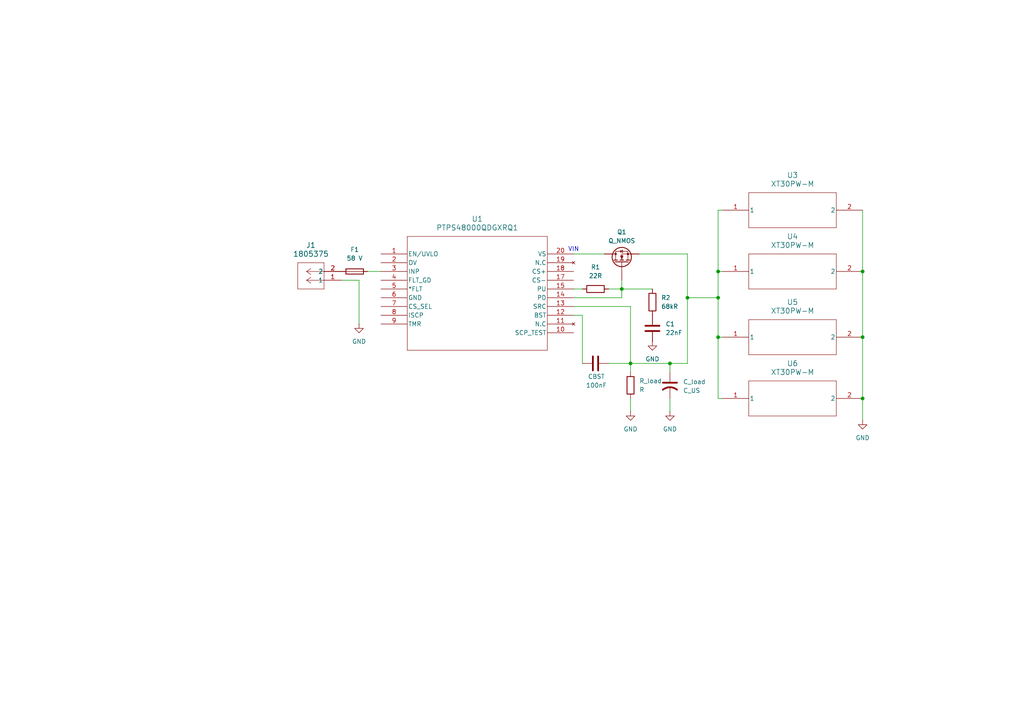
<source format=kicad_sch>
(kicad_sch (version 20250114) (generator "eeschema") (generator_version "9.0")
  (paper "A4")
  (lib_symbols
    (symbol "Device:C" (pin_numbers (hide yes)) (pin_names (offset 0.254))
      (property "Reference" "C" (at 0.635 2.54 0))
      (property "Value" "C" (at 0.635 -2.54 0))
      (symbol "C_0_1"
        (polyline (pts (xy -2.032 0.762) (xy 2.032 0.762)) (stroke (width 0.508)))
        (polyline (pts (xy -2.032 -0.762) (xy 2.032 -0.762)) (stroke (width 0.508)))
      )
      (symbol "C_1_1"
        (pin passive line (at 0 3.81 270) (length 2.794) (name "~") (number "1"))
        (pin passive line (at 0 -3.81 90) (length 2.794) (name "~") (number "2"))
      )
    )
    (symbol "Device:C_US" (pin_numbers (hide yes)) (pin_names (offset 0.254) (hide yes))
      (property "Reference" "C" (at 0.635 2.54 0))
      (property "Value" "C_US" (at 0.635 -2.54 0))
      (symbol "C_US_0_1"
        (polyline (pts (xy -2.032 0.762) (xy 2.032 0.762)) (stroke (width 0.508)))
        (arc (start -2.032 -1.27) (mid 0 -0.5572) (end 2.032 -1.27) (stroke (width 0.508)))
      )
      (symbol "C_US_1_1"
        (pin passive line (at 0 3.81 270) (length 2.794) (name "~") (number "1"))
        (pin passive line (at 0 -3.81 90) (length 3.302) (name "~") (number "2"))
      )
    )
    (symbol "Device:Fuse" (pin_numbers (hide yes)) (pin_names (offset 0))
      (property "Reference" "F" (at 2.032 0 90))
      (property "Value" "Fuse" (at -1.905 0 90))
      (symbol "Fuse_0_1"
        (rectangle (start -0.762 -2.54) (end 0.762 2.54) (stroke (width 0.254)))
        (polyline (pts (xy 0 2.54) (xy 0 -2.54)))
      )
      (symbol "Fuse_1_1"
        (pin passive line (at 0 3.81 270) (length 1.27) (name "~") (number "1"))
        (pin passive line (at 0 -3.81 90) (length 1.27) (name "~") (number "2"))
      )
    )
    (symbol "Device:Q_NMOS" (pin_numbers (hide yes)) (pin_names (offset 0) (hide yes))
      (property "Reference" "Q" (at 5.08 1.27 0))
      (property "Value" "Q_NMOS" (at 5.08 -1.27 0))
      (symbol "Q_NMOS_0_1"
        (polyline (pts (xy 0.254 1.905) (xy 0.254 -1.905)) (stroke (width 0.254)))
        (polyline (pts (xy 0.254 0) (xy -2.54 0)))
        (polyline (pts (xy 0.762 2.286) (xy 0.762 1.27)) (stroke (width 0.254)))
        (polyline (pts (xy 0.762 0.508) (xy 0.762 -0.508)) (stroke (width 0.254)))
        (polyline (pts (xy 0.762 -1.27) (xy 0.762 -2.286)) (stroke (width 0.254)))
        (polyline (pts (xy 0.762 -1.778) (xy 3.302 -1.778) (xy 3.302 1.778) (xy 0.762 1.778)))
        (polyline (pts (xy 1.016 0) (xy 2.032 0.381) (xy 2.032 -0.381) (xy 1.016 0)) (fill (type outline)))
        (circle (center 1.651 0) (radius 2.794) (stroke (width 0.254)))
        (polyline (pts (xy 2.54 2.54) (xy 2.54 1.778)))
        (circle (center 2.54 1.778) (radius 0.254) (fill (type outline)))
        (circle (center 2.54 -1.778) (radius 0.254) (fill (type outline)))
        (polyline (pts (xy 2.54 -2.54) (xy 2.54 0) (xy 0.762 0)))
        (polyline (pts (xy 2.921 0.381) (xy 3.683 0.381)))
        (polyline (pts (xy 3.302 0.381) (xy 2.921 -0.254) (xy 3.683 -0.254) (xy 3.302 0.381)))
      )
      (symbol "Q_NMOS_1_1"
        (pin input line (at -5.08 0 0) (length 2.54) (name "G") (number "G"))
        (pin passive line (at 2.54 5.08 270) (length 2.54) (name "D") (number "D"))
        (pin passive line (at 2.54 -5.08 90) (length 2.54) (name "S") (number "S"))
      )
    )
    (symbol "Device:R" (pin_numbers (hide yes)) (pin_names (offset 0))
      (property "Reference" "R" (at 2.032 0 90))
      (property "Value" "R" (at 0 0 90))
      (symbol "R_0_1"
        (rectangle (start -1.016 -2.54) (end 1.016 2.54) (stroke (width 0.254)))
      )
      (symbol "R_1_1"
        (pin passive line (at 0 3.81 270) (length 1.27) (name "~") (number "1"))
        (pin passive line (at 0 -3.81 90) (length 1.27) (name "~") (number "2"))
      )
    )
    (symbol "TPS4800-Q1:PTPS48000QDGXRQ1" (pin_names (offset 0.254))
      (property "Reference" "U" (at 27.94 10.16 0))
      (property "Value" "PTPS48000QDGXRQ1" (at 27.94 7.62 0))
      (symbol "PTPS48000QDGXRQ1_0_1"
        (polyline (pts (xy 7.62 5.08) (xy 7.62 -27.94)) (stroke (width 0.127)))
        (polyline (pts (xy 7.62 -27.94) (xy 48.26 -27.94)) (stroke (width 0.127)))
        (polyline (pts (xy 48.26 5.08) (xy 7.62 5.08)) (stroke (width 0.127)))
        (polyline (pts (xy 48.26 -27.94) (xy 48.26 5.08)) (stroke (width 0.127)))
        (pin input line (at 0 0 0) (length 7.62) (name "EN/UVLO") (number "1"))
        (pin input line (at 0 -2.54 0) (length 7.62) (name "OV") (number "2"))
        (pin input line (at 0 -5.08 0) (length 7.62) (name "INP") (number "3"))
        (pin output line (at 0 -7.62 0) (length 7.62) (name "FLT_GD") (number "4"))
        (pin output line (at 0 -10.16 0) (length 7.62) (name "*FLT") (number "5"))
        (pin power_out line (at 0 -12.7 0) (length 7.62) (name "GND") (number "6"))
        (pin input line (at 0 -15.24 0) (length 7.62) (name "CS_SEL") (number "7"))
        (pin input line (at 0 -17.78 0) (length 7.62) (name "ISCP") (number "8"))
        (pin input line (at 0 -20.32 0) (length 7.62) (name "TMR") (number "9"))
        (pin power_in line (at 55.88 0 180) (length 7.62) (name "VS") (number "20"))
        (pin no_connect line (at 55.88 -2.54 180) (length 7.62) (name "N.C") (number "19"))
        (pin input line (at 55.88 -5.08 180) (length 7.62) (name "CS+") (number "18"))
        (pin input line (at 55.88 -7.62 180) (length 7.62) (name "CS-") (number "17"))
        (pin output line (at 55.88 -10.16 180) (length 7.62) (name "PU") (number "15"))
        (pin output line (at 55.88 -12.7 180) (length 7.62) (name "PD") (number "14"))
        (pin output line (at 55.88 -15.24 180) (length 7.62) (name "SRC") (number "13"))
        (pin output line (at 55.88 -17.78 180) (length 7.62) (name "BST") (number "12"))
        (pin no_connect line (at 55.88 -20.32 180) (length 7.62) (name "N.C") (number "11"))
        (pin input line (at 55.88 -22.86 180) (length 7.62) (name "SCP_TEST") (number "10"))
      )
    )
    (symbol "XT30-M:XT30PW-M" (pin_names (offset 0.254))
      (property "Reference" "U" (at 20.32 10.16 0))
      (property "Value" "XT30PW-M" (at 20.32 7.62 0))
      (symbol "XT30PW-M_0_1"
        (polyline (pts (xy 7.62 5.08) (xy 7.62 -5.08)) (stroke (width 0.127)))
        (polyline (pts (xy 7.62 -5.08) (xy 33.02 -5.08)) (stroke (width 0.127)))
        (polyline (pts (xy 33.02 5.08) (xy 7.62 5.08)) (stroke (width 0.127)))
        (polyline (pts (xy 33.02 -5.08) (xy 33.02 5.08)) (stroke (width 0.127)))
        (pin unspecified line (at 0 0 0) (length 7.62) (name "1") (number "1"))
        (pin unspecified line (at 40.64 0 180) (length 7.62) (name "2") (number "2"))
      )
    )
    (symbol "XT60-M:1805375" (pin_names (offset 0.254))
      (property "Reference" "J" (at 8.89 6.35 0))
      (property "Value" "1805375" (at 0 0 0))
      (symbol "1805375_1_1"
        (polyline (pts (xy 5.08 2.54) (xy 5.08 -5.08)) (stroke (width 0.127)))
        (polyline (pts (xy 5.08 -5.08) (xy 12.7 -5.08)) (stroke (width 0.127)))
        (polyline (pts (xy 10.16 0) (xy 5.08 0)) (stroke (width 0.127)))
        (polyline (pts (xy 10.16 0) (xy 8.89 0.8467)) (stroke (width 0.127)))
        (polyline (pts (xy 10.16 0) (xy 8.89 -0.8467)) (stroke (width 0.127)))
        (polyline (pts (xy 10.16 -2.54) (xy 5.08 -2.54)) (stroke (width 0.127)))
        (polyline (pts (xy 10.16 -2.54) (xy 8.89 -1.6933)) (stroke (width 0.127)))
        (polyline (pts (xy 10.16 -2.54) (xy 8.89 -3.3867)) (stroke (width 0.127)))
        (polyline (pts (xy 12.7 2.54) (xy 5.08 2.54)) (stroke (width 0.127)))
        (polyline (pts (xy 12.7 -5.08) (xy 12.7 2.54)) (stroke (width 0.127)))
        (pin unspecified line (at 0 0 0) (length 5.08) (name "1") (number "1"))
        (pin unspecified line (at 0 -2.54 0) (length 5.08) (name "2") (number "2"))
      )
      (symbol "1805375_1_2"
        (polyline (pts (xy 5.08 2.54) (xy 5.08 -5.08)) (stroke (width 0.127)))
        (polyline (pts (xy 5.08 -5.08) (xy 12.7 -5.08)) (stroke (width 0.127)))
        (polyline (pts (xy 7.62 0) (xy 5.08 0)) (stroke (width 0.127)))
        (polyline (pts (xy 7.62 0) (xy 8.89 0.8467)) (stroke (width 0.127)))
        (polyline (pts (xy 7.62 0) (xy 8.89 -0.8467)) (stroke (width 0.127)))
        (polyline (pts (xy 7.62 -2.54) (xy 5.08 -2.54)) (stroke (width 0.127)))
        (polyline (pts (xy 7.62 -2.54) (xy 8.89 -1.6933)) (stroke (width 0.127)))
        (polyline (pts (xy 7.62 -2.54) (xy 8.89 -3.3867)) (stroke (width 0.127)))
        (polyline (pts (xy 12.7 2.54) (xy 5.08 2.54)) (stroke (width 0.127)))
        (polyline (pts (xy 12.7 -5.08) (xy 12.7 2.54)) (stroke (width 0.127)))
        (pin unspecified line (at 0 0 0) (length 5.08) (name "1") (number "1"))
        (pin unspecified line (at 0 -2.54 0) (length 5.08) (name "2") (number "2"))
      )
    )
    (symbol "power:GND" (power) (pin_numbers (hide yes)) (pin_names (offset 0) (hide yes))
      (property "Value" "GND" (at 0 -3.81 0))
      (symbol "GND_0_1"
        (polyline (pts (xy 0 0) (xy 0 -1.27) (xy 1.27 -1.27) (xy 0 -2.54) (xy -1.27 -1.27) (xy 0 -1.27)))
      )
      (symbol "GND_1_1"
        (pin power_in line (at 0 0 270) (length 0) (name "~") (number "1"))
      )
    )
  )
  (text "VIN" (at 166.37 72.39 0) (effects (font (size 1.27 1.27))))
  (junction (at 208.28 97.79))
  (junction (at 194.31 105.41))
  (junction (at 180.34 83.82))
  (junction (at 182.88 105.41))
  (junction (at 250.19 97.79))
  (junction (at 250.19 115.57))
  (junction (at 208.28 78.74))
  (junction (at 199.39 86.36))
  (junction (at 250.19 78.74))
  (junction (at 208.28 86.36))
  (wire (pts (xy 208.28 60.96) (xy 208.28 78.74)))
  (wire (pts (xy 194.31 115.57) (xy 194.31 119.38)))
  (wire (pts (xy 166.37 91.44) (xy 168.91 91.44)))
  (wire (pts (xy 250.19 78.74) (xy 250.19 97.79)))
  (wire (pts (xy 185.42 73.66) (xy 199.39 73.66)))
  (wire (pts (xy 104.14 81.28) (xy 104.14 93.98)))
  (wire (pts (xy 182.88 115.57) (xy 182.88 119.38)))
  (wire (pts (xy 199.39 73.66) (xy 199.39 86.36)))
  (wire (pts (xy 194.31 105.41) (xy 199.39 105.41)))
  (wire (pts (xy 168.91 91.44) (xy 168.91 105.41)))
  (wire (pts (xy 250.19 97.79) (xy 250.19 115.57)))
  (wire (pts (xy 182.88 105.41) (xy 182.88 107.95)))
  (wire (pts (xy 106.68 78.74) (xy 110.49 78.74)))
  (wire (pts (xy 208.28 115.57) (xy 208.28 97.79)))
  (wire (pts (xy 208.28 78.74) (xy 209.55 78.74)))
  (wire (pts (xy 209.55 115.57) (xy 208.28 115.57)))
  (wire (pts (xy 166.37 86.36) (xy 180.34 86.36)))
  (wire (pts (xy 166.37 73.66) (xy 175.26 73.66)))
  (wire (pts (xy 209.55 60.96) (xy 208.28 60.96)))
  (wire (pts (xy 180.34 86.36) (xy 180.34 83.82)))
  (wire (pts (xy 176.53 83.82) (xy 180.34 83.82)))
  (wire (pts (xy 166.37 88.9) (xy 182.88 88.9)))
  (wire (pts (xy 168.91 83.82) (xy 166.37 83.82)))
  (wire (pts (xy 182.88 105.41) (xy 182.88 88.9)))
  (wire (pts (xy 176.53 105.41) (xy 182.88 105.41)))
  (wire (pts (xy 182.88 105.41) (xy 194.31 105.41)))
  (wire (pts (xy 99.06 81.28) (xy 104.14 81.28)))
  (wire (pts (xy 194.31 105.41) (xy 194.31 107.95)))
  (wire (pts (xy 250.19 115.57) (xy 250.19 121.92)))
  (wire (pts (xy 208.28 86.36) (xy 208.28 97.79)))
  (wire (pts (xy 199.39 86.36) (xy 199.39 105.41)))
  (wire (pts (xy 250.19 60.96) (xy 250.19 78.74)))
  (wire (pts (xy 208.28 78.74) (xy 208.28 86.36)))
  (wire (pts (xy 209.55 97.79) (xy 208.28 97.79)))
  (wire (pts (xy 180.34 81.28) (xy 180.34 83.82)))
  (wire (pts (xy 199.39 86.36) (xy 208.28 86.36)))
  (wire (pts (xy 180.34 83.82) (xy 189.23 83.82)))
  (symbol (lib_id "power:GND") (at 182.88 119.38 0) (unit 1)
    (property "Reference" "#PWR02" (effects (hide yes)))
    (property "Value" "GND" (at 182.88 124.46 0))
    (property "Description" "Power symbol creates a global label with name \"GND\" , ground" (effects (hide yes)))
  )
  (symbol (lib_id "XT60-M:1805375") (at 99.06 81.28 180) (unit 1)
    (property "Reference" "J1" (at 90.17 71.12 0) (effects (font (size 1.524 1.524))))
    (property "Value" "1805375" (at 90.17 73.66 0) (effects (font (size 1.524 1.524))))
    (property "Footprint" "CONN_1805375_RSP" (effects (hide yes)))
    (property "Datasheet" "1805375" (effects (hide yes)))
  )
  (symbol (lib_id "Device:R") (at 172.72 83.82 270) (unit 1)
    (property "Reference" "R1" (at 172.72 77.47 90))
    (property "Value" "22R" (at 172.72 80.01 90))
    (property "Description" "Resistor" (effects (hide yes)))
  )
  (symbol (lib_id "power:GND") (at 250.19 121.92 0) (unit 1)
    (property "Reference" "#PWR05" (effects (hide yes)))
    (property "Value" "GND" (at 250.19 127 0))
    (property "Description" "Power symbol creates a global label with name \"GND\" , ground" (effects (hide yes)))
  )
  (symbol (lib_id "Device:C") (at 189.23 95.25 0) (unit 1)
    (property "Reference" "C1" (at 193.04 93.9799 0) (effects (justify left)))
    (property "Value" "22nF" (at 193.04 96.5199 0) (effects (justify left)))
    (property "Description" "Unpolarized capacitor" (effects (hide yes)))
  )
  (symbol (lib_id "XT30-M:XT30PW-M") (at 209.55 115.57 0) (unit 1)
    (property "Reference" "U6" (at 229.87 105.41 0) (effects (font (size 1.524 1.524))))
    (property "Value" "XT30PW-M" (at 229.87 107.95 0) (effects (font (size 1.524 1.524))))
    (property "Footprint" "XT30PW-M_AMA" (effects (hide yes)))
    (property "Datasheet" "XT30PW-M" (effects (hide yes)))
  )
  (symbol (lib_id "power:GND") (at 194.31 119.38 0) (unit 1)
    (property "Reference" "#PWR03" (effects (hide yes)))
    (property "Value" "GND" (at 194.31 124.46 0))
    (property "Description" "Power symbol creates a global label with name \"GND\" , ground" (effects (hide yes)))
  )
  (symbol (lib_id "Device:Fuse") (at 102.87 78.74 90) (unit 1)
    (property "Reference" "F1" (at 102.87 72.39 90))
    (property "Value" "58 V" (at 102.87 74.93 90))
    (property "Description" "Fuse" (effects (hide yes)))
  )
  (symbol (lib_id "XT30-M:XT30PW-M") (at 209.55 60.96 0) (unit 1)
    (property "Reference" "U3" (at 229.87 50.8 0) (effects (font (size 1.524 1.524))))
    (property "Value" "XT30PW-M" (at 229.87 53.34 0) (effects (font (size 1.524 1.524))))
    (property "Footprint" "XT30PW-M_AMA" (effects (hide yes)))
    (property "Datasheet" "XT30PW-M" (effects (hide yes)))
  )
  (symbol (lib_id "Device:R") (at 189.23 87.63 180) (unit 1)
    (property "Reference" "R2" (at 191.77 86.3599 0) (effects (justify right)))
    (property "Value" "68kR" (at 191.77 88.8999 0) (effects (justify right)))
    (property "Description" "Resistor" (effects (hide yes)))
  )
  (symbol (lib_id "XT30-M:XT30PW-M") (at 209.55 97.79 0) (unit 1)
    (property "Reference" "U5" (at 229.87 87.63 0) (effects (font (size 1.524 1.524))))
    (property "Value" "XT30PW-M" (at 229.87 90.17 0) (effects (font (size 1.524 1.524))))
    (property "Footprint" "XT30PW-M_AMA" (effects (hide yes)))
    (property "Datasheet" "XT30PW-M" (effects (hide yes)))
  )
  (symbol (lib_id "Device:C_US") (at 194.31 111.76 0) (unit 1)
    (property "Reference" "C_load" (at 198.12 110.7439 0) (effects (justify left)))
    (property "Value" "C_US" (at 198.12 113.2839 0) (effects (justify left)))
    (property "Description" "capacitor, US symbol" (effects (hide yes)))
  )
  (symbol (lib_id "Device:Q_NMOS") (at 180.34 76.2 90) (unit 1)
    (property "Reference" "Q1" (at 180.34 67.31 90))
    (property "Value" "Q_NMOS" (at 180.34 69.85 90))
    (property "Description" "N-MOSFET transistor" (effects (hide yes)))
  )
  (symbol (lib_id "Device:R") (at 182.88 111.76 0) (unit 1)
    (property "Reference" "R_load" (at 185.42 110.4899 0) (effects (justify left)))
    (property "Value" "R" (at 185.42 113.0299 0) (effects (justify left)))
    (property "Description" "Resistor" (effects (hide yes)))
  )
  (symbol (lib_id "Device:C") (at 172.72 105.41 90) (unit 1)
    (property "Reference" "CBST" (at 172.974 109.22 90))
    (property "Value" "100nF" (at 172.974 111.76 90))
    (property "Description" "Unpolarized capacitor" (effects (hide yes)))
  )
  (symbol (lib_id "TPS4800-Q1:PTPS48000QDGXRQ1") (at 110.49 73.66 0) (unit 1)
    (property "Reference" "U1" (at 138.43 63.5 0) (effects (font (size 1.524 1.524))))
    (property "Value" "PTPS48000QDGXRQ1" (at 138.43 66.04 0) (effects (font (size 1.524 1.524))))
    (property "Footprint" "VSSOP19-DGX_TEX" (effects (hide yes)))
    (property "Datasheet" "https://www.ti.com/lit/gpn/tps4800-q1" (effects (hide yes)))
  )
  (symbol (lib_id "power:GND") (at 189.23 99.06 0) (unit 1)
    (property "Reference" "#PWR01" (effects (hide yes)))
    (property "Value" "GND" (at 189.23 104.14 0))
    (property "Description" "Power symbol creates a global label with name \"GND\" , ground" (effects (hide yes)))
  )
  (symbol (lib_id "XT30-M:XT30PW-M") (at 209.55 78.74 0) (unit 1)
    (property "Reference" "U4" (at 229.87 68.58 0) (effects (font (size 1.524 1.524))))
    (property "Value" "XT30PW-M" (at 229.87 71.12 0) (effects (font (size 1.524 1.524))))
    (property "Footprint" "XT30PW-M_AMA" (effects (hide yes)))
    (property "Datasheet" "XT30PW-M" (effects (hide yes)))
  )
  (symbol (lib_id "power:GND") (at 104.14 93.98 0) (unit 1)
    (property "Reference" "#PWR04" (effects (hide yes)))
    (property "Value" "GND" (at 104.14 99.06 0))
    (property "Description" "Power symbol creates a global label with name \"GND\" , ground" (effects (hide yes)))
  )
)
</source>
